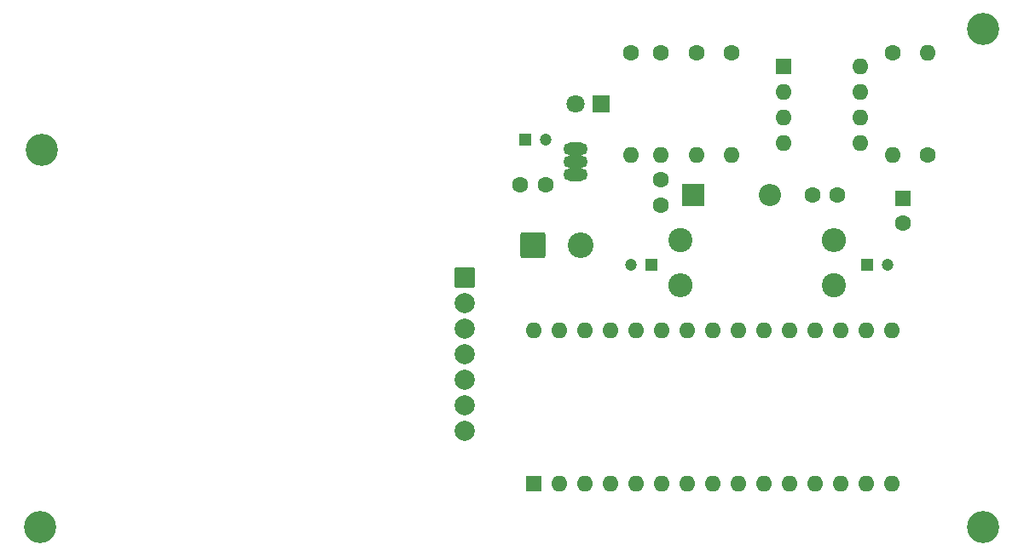
<source format=gbs>
%TF.GenerationSoftware,KiCad,Pcbnew,8.0.8-8.0.8-0~ubuntu24.04.1*%
%TF.CreationDate,2025-02-02T19:30:22-07:00*%
%TF.ProjectId,Speedometer,53706565-646f-46d6-9574-65722e6b6963,v1*%
%TF.SameCoordinates,Original*%
%TF.FileFunction,Soldermask,Bot*%
%TF.FilePolarity,Negative*%
%FSLAX46Y46*%
G04 Gerber Fmt 4.6, Leading zero omitted, Abs format (unit mm)*
G04 Created by KiCad (PCBNEW 8.0.8-8.0.8-0~ubuntu24.04.1) date 2025-02-02 19:30:22*
%MOMM*%
%LPD*%
G01*
G04 APERTURE LIST*
G04 Aperture macros list*
%AMRoundRect*
0 Rectangle with rounded corners*
0 $1 Rounding radius*
0 $2 $3 $4 $5 $6 $7 $8 $9 X,Y pos of 4 corners*
0 Add a 4 corners polygon primitive as box body*
4,1,4,$2,$3,$4,$5,$6,$7,$8,$9,$2,$3,0*
0 Add four circle primitives for the rounded corners*
1,1,$1+$1,$2,$3*
1,1,$1+$1,$4,$5*
1,1,$1+$1,$6,$7*
1,1,$1+$1,$8,$9*
0 Add four rect primitives between the rounded corners*
20,1,$1+$1,$2,$3,$4,$5,0*
20,1,$1+$1,$4,$5,$6,$7,0*
20,1,$1+$1,$6,$7,$8,$9,0*
20,1,$1+$1,$8,$9,$2,$3,0*%
G04 Aperture macros list end*
%ADD10RoundRect,0.102000X-0.900000X-0.900000X0.900000X-0.900000X0.900000X0.900000X-0.900000X0.900000X0*%
%ADD11C,2.004000*%
%ADD12R,1.800000X1.800000*%
%ADD13C,1.800000*%
%ADD14C,1.600000*%
%ADD15O,1.600000X1.600000*%
%ADD16R,1.200000X1.200000*%
%ADD17C,1.200000*%
%ADD18O,2.400000X2.400000*%
%ADD19C,2.400000*%
%ADD20C,3.200000*%
%ADD21RoundRect,0.249999X-1.025001X-1.025001X1.025001X-1.025001X1.025001X1.025001X-1.025001X1.025001X0*%
%ADD22C,2.550000*%
%ADD23R,1.600000X1.600000*%
%ADD24R,2.200000X2.200000*%
%ADD25O,2.200000X2.200000*%
%ADD26O,2.404000X1.304000*%
G04 APERTURE END LIST*
D10*
%TO.C,UNIT_1*%
X112500000Y-71760000D03*
D11*
X112500000Y-74300000D03*
X112500000Y-76840000D03*
X112500000Y-79380000D03*
X112500000Y-81920000D03*
X112500000Y-84460000D03*
X112500000Y-87000000D03*
%TD*%
D12*
%TO.C,D1*%
X126040000Y-54500000D03*
D13*
X123500000Y-54500000D03*
%TD*%
D14*
%TO.C,C2*%
X118000000Y-62500000D03*
X120500000Y-62500000D03*
%TD*%
%TO.C,R1*%
X129000000Y-49340000D03*
D15*
X129000000Y-59500000D03*
%TD*%
D14*
%TO.C,R3*%
X135500000Y-49340000D03*
D15*
X135500000Y-59500000D03*
%TD*%
D16*
%TO.C,C1*%
X118500000Y-58000000D03*
D17*
X120500000Y-58000000D03*
%TD*%
D18*
%TO.C,R7*%
X149120000Y-68000000D03*
D19*
X133880000Y-68000000D03*
%TD*%
D14*
%TO.C,C3*%
X132000000Y-62000000D03*
X132000000Y-64500000D03*
%TD*%
D20*
%TO.C,H1*%
X70500000Y-59000000D03*
%TD*%
D14*
%TO.C,R2*%
X132000000Y-49340000D03*
D15*
X132000000Y-59500000D03*
%TD*%
D20*
%TO.C,H3*%
X164000000Y-96500000D03*
%TD*%
%TO.C,H4*%
X70376361Y-96500000D03*
%TD*%
D14*
%TO.C,R5*%
X158500000Y-59500000D03*
D15*
X158500000Y-49340000D03*
%TD*%
D16*
%TO.C,C6*%
X152500000Y-70500000D03*
D17*
X154500000Y-70500000D03*
%TD*%
D14*
%TO.C,R6*%
X155000000Y-49340000D03*
D15*
X155000000Y-59500000D03*
%TD*%
D21*
%TO.C,J4*%
X119250000Y-68500000D03*
D22*
X124050000Y-68500000D03*
%TD*%
D14*
%TO.C,C4*%
X147020000Y-63500000D03*
X149520000Y-63500000D03*
%TD*%
D23*
%TO.C,U2*%
X144200000Y-50700000D03*
D15*
X144200000Y-53240000D03*
X144200000Y-55780000D03*
X144200000Y-58320000D03*
X151820000Y-58320000D03*
X151820000Y-55780000D03*
X151820000Y-53240000D03*
X151820000Y-50700000D03*
%TD*%
D24*
%TO.C,D2*%
X135190000Y-63500000D03*
D25*
X142810000Y-63500000D03*
%TD*%
D19*
%TO.C,R8*%
X149120000Y-72500000D03*
D18*
X133880000Y-72500000D03*
%TD*%
D20*
%TO.C,H2*%
X164000000Y-47000000D03*
%TD*%
D26*
%TO.C,U1*%
X123500000Y-58960000D03*
X123500000Y-60230000D03*
X123500000Y-61500000D03*
%TD*%
D14*
%TO.C,R4*%
X139000000Y-49340000D03*
D15*
X139000000Y-59500000D03*
%TD*%
D16*
%TO.C,C7*%
X131000000Y-70500000D03*
D17*
X129000000Y-70500000D03*
%TD*%
D23*
%TO.C,C5*%
X156000000Y-63817621D03*
D14*
X156000000Y-66317621D03*
%TD*%
D23*
%TO.C,UNIT_2*%
X119340000Y-92240000D03*
D15*
X121880000Y-92240000D03*
X124420000Y-92240000D03*
X126960000Y-92240000D03*
X129500000Y-92240000D03*
X132040000Y-92240000D03*
X134580000Y-92240000D03*
X137120000Y-92240000D03*
X139660000Y-92240000D03*
X142200000Y-92240000D03*
X144740000Y-92240000D03*
X147280000Y-92240000D03*
X149820000Y-92240000D03*
X152360000Y-92240000D03*
X154900000Y-92240000D03*
X154900000Y-77000000D03*
X152360000Y-77000000D03*
X149820000Y-77000000D03*
X147280000Y-77000000D03*
X144740000Y-77000000D03*
X142200000Y-77000000D03*
X139660000Y-77000000D03*
X137120000Y-77000000D03*
X134580000Y-77000000D03*
X132040000Y-77000000D03*
X129500000Y-77000000D03*
X126960000Y-77000000D03*
X124420000Y-77000000D03*
X121880000Y-77000000D03*
X119340000Y-77000000D03*
%TD*%
M02*

</source>
